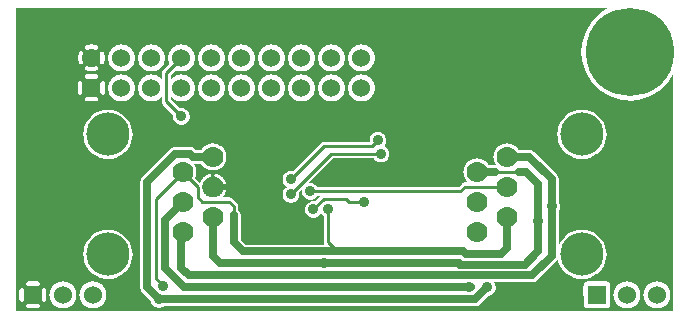
<source format=gbr>
G04 start of page 3 for group 1 idx 1 *
G04 Title: (unknown), solder *
G04 Creator: pcb 20140316 *
G04 CreationDate: Thu 29 Nov 2018 10:04:31 PM GMT UTC *
G04 For: railfan *
G04 Format: Gerber/RS-274X *
G04 PCB-Dimensions (mil): 2220.00 1040.00 *
G04 PCB-Coordinate-Origin: lower left *
%MOIN*%
%FSLAX25Y25*%
%LNBOTTOM*%
%ADD41C,0.0300*%
%ADD40C,0.1280*%
%ADD39C,0.0380*%
%ADD38C,0.1285*%
%ADD37C,0.0360*%
%ADD36C,0.0700*%
%ADD35C,0.0600*%
%ADD34C,0.1440*%
%ADD33C,0.2937*%
%ADD32C,0.0200*%
%ADD31C,0.0100*%
%ADD30C,0.0250*%
%ADD29C,0.0001*%
G54D29*G36*
X214993Y74530D02*X215542Y74866D01*
X217479Y76521D01*
X219134Y78458D01*
X220465Y80630D01*
X220500Y80716D01*
Y1500D01*
X214993D01*
Y2487D01*
X215000Y2486D01*
X215706Y2542D01*
X216395Y2707D01*
X217049Y2978D01*
X217653Y3348D01*
X218192Y3808D01*
X218652Y4347D01*
X219022Y4951D01*
X219293Y5605D01*
X219458Y6294D01*
X219500Y7000D01*
X219458Y7706D01*
X219293Y8395D01*
X219022Y9049D01*
X218652Y9653D01*
X218192Y10192D01*
X217653Y10652D01*
X217049Y11022D01*
X216395Y11293D01*
X215706Y11458D01*
X215000Y11514D01*
X214993Y11513D01*
Y74530D01*
G37*
G36*
X204993Y71845D02*X206000Y71766D01*
X208540Y71966D01*
X211017Y72561D01*
X213370Y73535D01*
X214993Y74530D01*
Y11513D01*
X214294Y11458D01*
X213605Y11293D01*
X212951Y11022D01*
X212347Y10652D01*
X211808Y10192D01*
X211348Y9653D01*
X210978Y9049D01*
X210707Y8395D01*
X210542Y7706D01*
X210486Y7000D01*
X210542Y6294D01*
X210707Y5605D01*
X210978Y4951D01*
X211348Y4347D01*
X211808Y3808D01*
X212347Y3348D01*
X212951Y2978D01*
X213605Y2707D01*
X214294Y2542D01*
X214993Y2487D01*
Y1500D01*
X204993D01*
Y2487D01*
X205000Y2486D01*
X205706Y2542D01*
X206395Y2707D01*
X207049Y2978D01*
X207653Y3348D01*
X208192Y3808D01*
X208652Y4347D01*
X209022Y4951D01*
X209293Y5605D01*
X209458Y6294D01*
X209500Y7000D01*
X209458Y7706D01*
X209293Y8395D01*
X209022Y9049D01*
X208652Y9653D01*
X208192Y10192D01*
X207653Y10652D01*
X207049Y11022D01*
X206395Y11293D01*
X205706Y11458D01*
X205000Y11514D01*
X204993Y11513D01*
Y71845D01*
G37*
G36*
X195000Y76112D02*X196458Y74866D01*
X198630Y73535D01*
X200983Y72561D01*
X203460Y71966D01*
X204993Y71845D01*
Y11513D01*
X204294Y11458D01*
X203605Y11293D01*
X202951Y11022D01*
X202347Y10652D01*
X201808Y10192D01*
X201348Y9653D01*
X200978Y9049D01*
X200707Y8395D01*
X200542Y7706D01*
X200486Y7000D01*
X200542Y6294D01*
X200707Y5605D01*
X200978Y4951D01*
X201348Y4347D01*
X201808Y3808D01*
X202347Y3348D01*
X202951Y2978D01*
X203605Y2707D01*
X204294Y2542D01*
X204993Y2487D01*
Y1500D01*
X195000D01*
Y2507D01*
X198235Y2514D01*
X198465Y2569D01*
X198683Y2659D01*
X198884Y2783D01*
X199064Y2936D01*
X199217Y3116D01*
X199341Y3317D01*
X199431Y3535D01*
X199486Y3765D01*
X199500Y4000D01*
X199486Y10235D01*
X199431Y10465D01*
X199341Y10683D01*
X199217Y10884D01*
X199064Y11064D01*
X198884Y11217D01*
X198683Y11341D01*
X198465Y11431D01*
X198235Y11486D01*
X198000Y11500D01*
X195000Y11493D01*
Y13987D01*
X195816Y14684D01*
X196654Y15665D01*
X197329Y16766D01*
X197823Y17958D01*
X198124Y19213D01*
X198200Y20500D01*
X198124Y21787D01*
X197823Y23042D01*
X197329Y24234D01*
X196654Y25335D01*
X195816Y26316D01*
X195000Y27013D01*
Y53987D01*
X195816Y54684D01*
X196654Y55665D01*
X197329Y56766D01*
X197823Y57958D01*
X198124Y59213D01*
X198200Y60500D01*
X198124Y61787D01*
X197823Y63042D01*
X197329Y64234D01*
X196654Y65335D01*
X195816Y66316D01*
X195000Y67013D01*
Y76112D01*
G37*
G36*
Y102500D02*X198716D01*
X198630Y102465D01*
X196458Y101134D01*
X195000Y99888D01*
Y102500D01*
G37*
G36*
Y1500D02*X120472D01*
Y3250D01*
X154412D01*
X154500Y3243D01*
X154853Y3271D01*
X154853Y3271D01*
X155197Y3354D01*
X155525Y3489D01*
X155827Y3674D01*
X156096Y3904D01*
X156153Y3971D01*
X158905Y6723D01*
X158939Y6726D01*
X159368Y6829D01*
X159775Y6997D01*
X160151Y7228D01*
X160486Y7514D01*
X160772Y7849D01*
X161003Y8225D01*
X161171Y8632D01*
X161274Y9061D01*
X161300Y9500D01*
X161274Y9939D01*
X161171Y10368D01*
X161003Y10775D01*
X160772Y11151D01*
X160688Y11250D01*
X173412D01*
X173500Y11243D01*
X173853Y11271D01*
X173853Y11271D01*
X174197Y11354D01*
X174525Y11489D01*
X174827Y11674D01*
X175096Y11904D01*
X175153Y11971D01*
X181529Y18347D01*
X181596Y18404D01*
X181826Y18673D01*
X181826Y18673D01*
X181955Y18884D01*
X182177Y17958D01*
X182671Y16766D01*
X183346Y15665D01*
X184184Y14684D01*
X185165Y13846D01*
X186266Y13171D01*
X187458Y12677D01*
X188713Y12376D01*
X190000Y12275D01*
X191287Y12376D01*
X192542Y12677D01*
X193734Y13171D01*
X194835Y13846D01*
X195000Y13987D01*
Y11493D01*
X191765Y11486D01*
X191535Y11431D01*
X191317Y11341D01*
X191116Y11217D01*
X190936Y11064D01*
X190783Y10884D01*
X190659Y10683D01*
X190569Y10465D01*
X190514Y10235D01*
X190500Y10000D01*
X190514Y3765D01*
X190569Y3535D01*
X190659Y3317D01*
X190783Y3116D01*
X190936Y2936D01*
X191116Y2783D01*
X191317Y2659D01*
X191535Y2569D01*
X191765Y2514D01*
X192000Y2500D01*
X195000Y2507D01*
Y1500D01*
G37*
G36*
X120472Y102500D02*X195000D01*
Y99888D01*
X194521Y99479D01*
X192866Y97542D01*
X191535Y95370D01*
X190561Y93017D01*
X189966Y90540D01*
X189766Y88000D01*
X189966Y85460D01*
X190561Y82983D01*
X191535Y80630D01*
X192866Y78458D01*
X194521Y76521D01*
X195000Y76112D01*
Y67013D01*
X194835Y67154D01*
X193734Y67829D01*
X192542Y68323D01*
X191287Y68624D01*
X190000Y68725D01*
X188713Y68624D01*
X187458Y68323D01*
X186266Y67829D01*
X185165Y67154D01*
X184184Y66316D01*
X183346Y65335D01*
X182671Y64234D01*
X182177Y63042D01*
X181876Y61787D01*
X181775Y60500D01*
X181876Y59213D01*
X182177Y57958D01*
X182671Y56766D01*
X183346Y55665D01*
X184184Y54684D01*
X185165Y53846D01*
X186266Y53171D01*
X187458Y52677D01*
X188713Y52376D01*
X190000Y52275D01*
X191287Y52376D01*
X192542Y52677D01*
X193734Y53171D01*
X194835Y53846D01*
X195000Y53987D01*
Y27013D01*
X194835Y27154D01*
X193734Y27829D01*
X192542Y28323D01*
X191287Y28624D01*
X190000Y28725D01*
X188713Y28624D01*
X187458Y28323D01*
X186266Y27829D01*
X185165Y27154D01*
X184184Y26316D01*
X183346Y25335D01*
X182671Y24234D01*
X182250Y23217D01*
Y34823D01*
X182272Y34849D01*
X182503Y35225D01*
X182671Y35632D01*
X182774Y36061D01*
X182800Y36500D01*
X182774Y36939D01*
X182671Y37368D01*
X182503Y37775D01*
X182272Y38151D01*
X182250Y38177D01*
Y45412D01*
X182257Y45500D01*
X182229Y45853D01*
X182146Y46197D01*
X182107Y46293D01*
X182011Y46525D01*
X181896Y46712D01*
X181826Y46827D01*
X181826Y46827D01*
X181596Y47096D01*
X181529Y47153D01*
X174153Y54529D01*
X174096Y54596D01*
X173827Y54826D01*
X173827Y54826D01*
X173712Y54896D01*
X173525Y55011D01*
X173293Y55107D01*
X173197Y55146D01*
X172853Y55229D01*
X172500Y55257D01*
X172412Y55250D01*
X168899D01*
X168652Y55653D01*
X168192Y56192D01*
X167653Y56652D01*
X167049Y57022D01*
X166395Y57293D01*
X165706Y57458D01*
X165000Y57514D01*
X164294Y57458D01*
X163605Y57293D01*
X162951Y57022D01*
X162347Y56652D01*
X161808Y56192D01*
X161348Y55653D01*
X160978Y55049D01*
X160707Y54395D01*
X160542Y53706D01*
X160486Y53000D01*
X160542Y52294D01*
X160707Y51605D01*
X160978Y50951D01*
X161348Y50347D01*
X161473Y50200D01*
X161353Y50229D01*
X161000Y50250D01*
X158899D01*
X158652Y50653D01*
X158192Y51192D01*
X157653Y51652D01*
X157049Y52022D01*
X156395Y52293D01*
X155706Y52458D01*
X155000Y52514D01*
X154294Y52458D01*
X153605Y52293D01*
X152951Y52022D01*
X152347Y51652D01*
X151808Y51192D01*
X151348Y50653D01*
X150978Y50049D01*
X150707Y49395D01*
X150542Y48706D01*
X150486Y48000D01*
X150542Y47294D01*
X150707Y46605D01*
X150978Y45951D01*
X151348Y45347D01*
X151808Y44808D01*
X152169Y44500D01*
X151059D01*
X151000Y44505D01*
X150765Y44486D01*
X150535Y44431D01*
X150317Y44341D01*
X150116Y44217D01*
X150115Y44217D01*
X149936Y44064D01*
X149898Y44019D01*
X148879Y43000D01*
X120472D01*
Y52500D01*
X120635D01*
X120728Y52349D01*
X121014Y52014D01*
X121349Y51728D01*
X121725Y51497D01*
X122132Y51329D01*
X122561Y51226D01*
X123000Y51191D01*
X123439Y51226D01*
X123868Y51329D01*
X124275Y51497D01*
X124651Y51728D01*
X124986Y52014D01*
X125272Y52349D01*
X125503Y52725D01*
X125671Y53132D01*
X125774Y53561D01*
X125800Y54000D01*
X125774Y54439D01*
X125671Y54868D01*
X125503Y55275D01*
X125272Y55651D01*
X124986Y55986D01*
X124651Y56272D01*
X124275Y56503D01*
X124054Y56594D01*
X124272Y56849D01*
X124503Y57225D01*
X124671Y57632D01*
X124774Y58061D01*
X124800Y58500D01*
X124774Y58939D01*
X124671Y59368D01*
X124503Y59775D01*
X124272Y60151D01*
X123986Y60486D01*
X123651Y60772D01*
X123275Y61003D01*
X122868Y61171D01*
X122439Y61274D01*
X122000Y61309D01*
X121561Y61274D01*
X121132Y61171D01*
X120725Y61003D01*
X120472Y60847D01*
Y73869D01*
X120522Y73951D01*
X120793Y74605D01*
X120958Y75294D01*
X121000Y76000D01*
X120958Y76706D01*
X120793Y77395D01*
X120522Y78049D01*
X120472Y78131D01*
Y83869D01*
X120522Y83951D01*
X120793Y84605D01*
X120958Y85294D01*
X121000Y86000D01*
X120958Y86706D01*
X120793Y87395D01*
X120522Y88049D01*
X120472Y88131D01*
Y102500D01*
G37*
G36*
Y43000D02*X101865D01*
X101772Y43151D01*
X101486Y43486D01*
X101151Y43772D01*
X100775Y44003D01*
X100368Y44171D01*
X99939Y44274D01*
X99500Y44309D01*
X99061Y44274D01*
X98843Y44222D01*
X107121Y52500D01*
X120472D01*
Y43000D01*
G37*
G36*
X51493Y3250D02*X120472D01*
Y1500D01*
X51493D01*
Y3250D01*
G37*
G36*
X96493Y41872D02*X96778Y42157D01*
X96726Y41939D01*
X96691Y41500D01*
X96726Y41061D01*
X96829Y40632D01*
X96997Y40225D01*
X97228Y39849D01*
X97514Y39514D01*
X97849Y39228D01*
X98225Y38997D01*
X98632Y38829D01*
X99061Y38726D01*
X99500Y38691D01*
X99939Y38726D01*
X100368Y38829D01*
X100775Y38997D01*
X101151Y39228D01*
X101486Y39514D01*
X101772Y39849D01*
X101865Y40000D01*
X102879D01*
X101111Y38233D01*
X100939Y38274D01*
X100500Y38309D01*
X100061Y38274D01*
X99632Y38171D01*
X99225Y38003D01*
X98849Y37772D01*
X98514Y37486D01*
X98228Y37151D01*
X97997Y36775D01*
X97829Y36368D01*
X97726Y35939D01*
X97691Y35500D01*
X97726Y35061D01*
X97829Y34632D01*
X97997Y34225D01*
X98228Y33849D01*
X98514Y33514D01*
X98849Y33228D01*
X99225Y32997D01*
X99632Y32829D01*
X100061Y32726D01*
X100500Y32691D01*
X100939Y32726D01*
X101368Y32829D01*
X101775Y32997D01*
X102151Y33228D01*
X102486Y33514D01*
X102772Y33849D01*
X103000Y34221D01*
X103228Y33849D01*
X103514Y33514D01*
X103849Y33228D01*
X104000Y33135D01*
Y24559D01*
X103995Y24500D01*
X104014Y24265D01*
X104069Y24035D01*
X104159Y23817D01*
X104200Y23750D01*
X96493D01*
Y41872D01*
G37*
G36*
X106493Y102500D02*X120472D01*
Y88131D01*
X120152Y88653D01*
X119692Y89192D01*
X119153Y89652D01*
X118549Y90022D01*
X117895Y90293D01*
X117206Y90458D01*
X116500Y90514D01*
X115794Y90458D01*
X115105Y90293D01*
X114451Y90022D01*
X113847Y89652D01*
X113308Y89192D01*
X112848Y88653D01*
X112478Y88049D01*
X112207Y87395D01*
X112042Y86706D01*
X111986Y86000D01*
X112042Y85294D01*
X112207Y84605D01*
X112478Y83951D01*
X112848Y83347D01*
X113308Y82808D01*
X113847Y82348D01*
X114451Y81978D01*
X115105Y81707D01*
X115794Y81542D01*
X116500Y81486D01*
X117206Y81542D01*
X117895Y81707D01*
X118549Y81978D01*
X119153Y82348D01*
X119692Y82808D01*
X120152Y83347D01*
X120472Y83869D01*
Y78131D01*
X120152Y78653D01*
X119692Y79192D01*
X119153Y79652D01*
X118549Y80022D01*
X117895Y80293D01*
X117206Y80458D01*
X116500Y80514D01*
X115794Y80458D01*
X115105Y80293D01*
X114451Y80022D01*
X113847Y79652D01*
X113308Y79192D01*
X112848Y78653D01*
X112478Y78049D01*
X112207Y77395D01*
X112042Y76706D01*
X111986Y76000D01*
X112042Y75294D01*
X112207Y74605D01*
X112478Y73951D01*
X112848Y73347D01*
X113308Y72808D01*
X113847Y72348D01*
X114451Y71978D01*
X115105Y71707D01*
X115794Y71542D01*
X116500Y71486D01*
X117206Y71542D01*
X117895Y71707D01*
X118549Y71978D01*
X119153Y72348D01*
X119692Y72808D01*
X120152Y73347D01*
X120472Y73869D01*
Y60847D01*
X120349Y60772D01*
X120014Y60486D01*
X119728Y60151D01*
X119497Y59775D01*
X119329Y59368D01*
X119226Y58939D01*
X119191Y58500D01*
X119226Y58061D01*
X119240Y58000D01*
X106493D01*
Y71487D01*
X106500Y71486D01*
X107206Y71542D01*
X107895Y71707D01*
X108549Y71978D01*
X109153Y72348D01*
X109692Y72808D01*
X110152Y73347D01*
X110522Y73951D01*
X110793Y74605D01*
X110958Y75294D01*
X111000Y76000D01*
X110958Y76706D01*
X110793Y77395D01*
X110522Y78049D01*
X110152Y78653D01*
X109692Y79192D01*
X109153Y79652D01*
X108549Y80022D01*
X107895Y80293D01*
X107206Y80458D01*
X106500Y80514D01*
X106493Y80513D01*
Y81487D01*
X106500Y81486D01*
X107206Y81542D01*
X107895Y81707D01*
X108549Y81978D01*
X109153Y82348D01*
X109692Y82808D01*
X110152Y83347D01*
X110522Y83951D01*
X110793Y84605D01*
X110958Y85294D01*
X111000Y86000D01*
X110958Y86706D01*
X110793Y87395D01*
X110522Y88049D01*
X110152Y88653D01*
X109692Y89192D01*
X109153Y89652D01*
X108549Y90022D01*
X107895Y90293D01*
X107206Y90458D01*
X106500Y90514D01*
X106493Y90513D01*
Y102500D01*
G37*
G36*
X96493D02*X106493D01*
Y90513D01*
X105794Y90458D01*
X105105Y90293D01*
X104451Y90022D01*
X103847Y89652D01*
X103308Y89192D01*
X102848Y88653D01*
X102478Y88049D01*
X102207Y87395D01*
X102042Y86706D01*
X101986Y86000D01*
X102042Y85294D01*
X102207Y84605D01*
X102478Y83951D01*
X102848Y83347D01*
X103308Y82808D01*
X103847Y82348D01*
X104451Y81978D01*
X105105Y81707D01*
X105794Y81542D01*
X106493Y81487D01*
Y80513D01*
X105794Y80458D01*
X105105Y80293D01*
X104451Y80022D01*
X103847Y79652D01*
X103308Y79192D01*
X102848Y78653D01*
X102478Y78049D01*
X102207Y77395D01*
X102042Y76706D01*
X101986Y76000D01*
X102042Y75294D01*
X102207Y74605D01*
X102478Y73951D01*
X102848Y73347D01*
X103308Y72808D01*
X103847Y72348D01*
X104451Y71978D01*
X105105Y71707D01*
X105794Y71542D01*
X106493Y71487D01*
Y58000D01*
X104059D01*
X104000Y58005D01*
X103765Y57986D01*
X103535Y57931D01*
X103317Y57841D01*
X103116Y57717D01*
X103115Y57717D01*
X102936Y57564D01*
X102898Y57519D01*
X96493Y51114D01*
Y71487D01*
X96500Y71486D01*
X97206Y71542D01*
X97895Y71707D01*
X98549Y71978D01*
X99153Y72348D01*
X99692Y72808D01*
X100152Y73347D01*
X100522Y73951D01*
X100793Y74605D01*
X100958Y75294D01*
X101000Y76000D01*
X100958Y76706D01*
X100793Y77395D01*
X100522Y78049D01*
X100152Y78653D01*
X99692Y79192D01*
X99153Y79652D01*
X98549Y80022D01*
X97895Y80293D01*
X97206Y80458D01*
X96500Y80514D01*
X96493Y80513D01*
Y81487D01*
X96500Y81486D01*
X97206Y81542D01*
X97895Y81707D01*
X98549Y81978D01*
X99153Y82348D01*
X99692Y82808D01*
X100152Y83347D01*
X100522Y83951D01*
X100793Y84605D01*
X100958Y85294D01*
X101000Y86000D01*
X100958Y86706D01*
X100793Y87395D01*
X100522Y88049D01*
X100152Y88653D01*
X99692Y89192D01*
X99153Y89652D01*
X98549Y90022D01*
X97895Y90293D01*
X97206Y90458D01*
X96500Y90514D01*
X96493Y90513D01*
Y102500D01*
G37*
G36*
X86493D02*X96493D01*
Y90513D01*
X95794Y90458D01*
X95105Y90293D01*
X94451Y90022D01*
X93847Y89652D01*
X93308Y89192D01*
X92848Y88653D01*
X92478Y88049D01*
X92207Y87395D01*
X92042Y86706D01*
X91986Y86000D01*
X92042Y85294D01*
X92207Y84605D01*
X92478Y83951D01*
X92848Y83347D01*
X93308Y82808D01*
X93847Y82348D01*
X94451Y81978D01*
X95105Y81707D01*
X95794Y81542D01*
X96493Y81487D01*
Y80513D01*
X95794Y80458D01*
X95105Y80293D01*
X94451Y80022D01*
X93847Y79652D01*
X93308Y79192D01*
X92848Y78653D01*
X92478Y78049D01*
X92207Y77395D01*
X92042Y76706D01*
X91986Y76000D01*
X92042Y75294D01*
X92207Y74605D01*
X92478Y73951D01*
X92848Y73347D01*
X93308Y72808D01*
X93847Y72348D01*
X94451Y71978D01*
X95105Y71707D01*
X95794Y71542D01*
X96493Y71487D01*
Y51114D01*
X93611Y48233D01*
X93439Y48274D01*
X93000Y48309D01*
X92561Y48274D01*
X92132Y48171D01*
X91725Y48003D01*
X91349Y47772D01*
X91014Y47486D01*
X90728Y47151D01*
X90497Y46775D01*
X90329Y46368D01*
X90226Y45939D01*
X90191Y45500D01*
X90226Y45061D01*
X90329Y44632D01*
X90497Y44225D01*
X90728Y43849D01*
X91014Y43514D01*
X91349Y43228D01*
X91721Y43000D01*
X91349Y42772D01*
X91014Y42486D01*
X90728Y42151D01*
X90497Y41775D01*
X90329Y41368D01*
X90226Y40939D01*
X90191Y40500D01*
X90226Y40061D01*
X90329Y39632D01*
X90497Y39225D01*
X90728Y38849D01*
X91014Y38514D01*
X91349Y38228D01*
X91725Y37997D01*
X92132Y37829D01*
X92561Y37726D01*
X93000Y37691D01*
X93439Y37726D01*
X93868Y37829D01*
X94275Y37997D01*
X94651Y38228D01*
X94986Y38514D01*
X95272Y38849D01*
X95503Y39225D01*
X95671Y39632D01*
X95774Y40061D01*
X95800Y40500D01*
X95774Y40939D01*
X95733Y41111D01*
X96493Y41872D01*
Y23750D01*
X86493D01*
Y71487D01*
X86500Y71486D01*
X87206Y71542D01*
X87895Y71707D01*
X88549Y71978D01*
X89153Y72348D01*
X89692Y72808D01*
X90152Y73347D01*
X90522Y73951D01*
X90793Y74605D01*
X90958Y75294D01*
X91000Y76000D01*
X90958Y76706D01*
X90793Y77395D01*
X90522Y78049D01*
X90152Y78653D01*
X89692Y79192D01*
X89153Y79652D01*
X88549Y80022D01*
X87895Y80293D01*
X87206Y80458D01*
X86500Y80514D01*
X86493Y80513D01*
Y81487D01*
X86500Y81486D01*
X87206Y81542D01*
X87895Y81707D01*
X88549Y81978D01*
X89153Y82348D01*
X89692Y82808D01*
X90152Y83347D01*
X90522Y83951D01*
X90793Y84605D01*
X90958Y85294D01*
X91000Y86000D01*
X90958Y86706D01*
X90793Y87395D01*
X90522Y88049D01*
X90152Y88653D01*
X89692Y89192D01*
X89153Y89652D01*
X88549Y90022D01*
X87895Y90293D01*
X87206Y90458D01*
X86500Y90514D01*
X86493Y90513D01*
Y102500D01*
G37*
G36*
X76493D02*X86493D01*
Y90513D01*
X85794Y90458D01*
X85105Y90293D01*
X84451Y90022D01*
X83847Y89652D01*
X83308Y89192D01*
X82848Y88653D01*
X82478Y88049D01*
X82207Y87395D01*
X82042Y86706D01*
X81986Y86000D01*
X82042Y85294D01*
X82207Y84605D01*
X82478Y83951D01*
X82848Y83347D01*
X83308Y82808D01*
X83847Y82348D01*
X84451Y81978D01*
X85105Y81707D01*
X85794Y81542D01*
X86493Y81487D01*
Y80513D01*
X85794Y80458D01*
X85105Y80293D01*
X84451Y80022D01*
X83847Y79652D01*
X83308Y79192D01*
X82848Y78653D01*
X82478Y78049D01*
X82207Y77395D01*
X82042Y76706D01*
X81986Y76000D01*
X82042Y75294D01*
X82207Y74605D01*
X82478Y73951D01*
X82848Y73347D01*
X83308Y72808D01*
X83847Y72348D01*
X84451Y71978D01*
X85105Y71707D01*
X85794Y71542D01*
X86493Y71487D01*
Y23750D01*
X77932D01*
X76493Y25189D01*
Y71487D01*
X76500Y71486D01*
X77206Y71542D01*
X77895Y71707D01*
X78549Y71978D01*
X79153Y72348D01*
X79692Y72808D01*
X80152Y73347D01*
X80522Y73951D01*
X80793Y74605D01*
X80958Y75294D01*
X81000Y76000D01*
X80958Y76706D01*
X80793Y77395D01*
X80522Y78049D01*
X80152Y78653D01*
X79692Y79192D01*
X79153Y79652D01*
X78549Y80022D01*
X77895Y80293D01*
X77206Y80458D01*
X76500Y80514D01*
X76493Y80513D01*
Y81487D01*
X76500Y81486D01*
X77206Y81542D01*
X77895Y81707D01*
X78549Y81978D01*
X79153Y82348D01*
X79692Y82808D01*
X80152Y83347D01*
X80522Y83951D01*
X80793Y84605D01*
X80958Y85294D01*
X81000Y86000D01*
X80958Y86706D01*
X80793Y87395D01*
X80522Y88049D01*
X80152Y88653D01*
X79692Y89192D01*
X79153Y89652D01*
X78549Y90022D01*
X77895Y90293D01*
X77206Y90458D01*
X76500Y90514D01*
X76493Y90513D01*
Y102500D01*
G37*
G36*
X69431D02*X76493D01*
Y90513D01*
X75794Y90458D01*
X75105Y90293D01*
X74451Y90022D01*
X73847Y89652D01*
X73308Y89192D01*
X72848Y88653D01*
X72478Y88049D01*
X72207Y87395D01*
X72042Y86706D01*
X71986Y86000D01*
X72042Y85294D01*
X72207Y84605D01*
X72478Y83951D01*
X72848Y83347D01*
X73308Y82808D01*
X73847Y82348D01*
X74451Y81978D01*
X75105Y81707D01*
X75794Y81542D01*
X76493Y81487D01*
Y80513D01*
X75794Y80458D01*
X75105Y80293D01*
X74451Y80022D01*
X73847Y79652D01*
X73308Y79192D01*
X72848Y78653D01*
X72478Y78049D01*
X72207Y77395D01*
X72042Y76706D01*
X71986Y76000D01*
X72042Y75294D01*
X72207Y74605D01*
X72478Y73951D01*
X72848Y73347D01*
X73308Y72808D01*
X73847Y72348D01*
X74451Y71978D01*
X75105Y71707D01*
X75794Y71542D01*
X76493Y71487D01*
Y25189D01*
X76250Y25432D01*
Y33500D01*
X76229Y33853D01*
X76146Y34197D01*
X76011Y34525D01*
X75826Y34827D01*
X75596Y35096D01*
X75500Y35178D01*
Y36441D01*
X75505Y36500D01*
X75486Y36735D01*
X75486Y36735D01*
X75431Y36965D01*
X75341Y37183D01*
X75217Y37384D01*
X75064Y37564D01*
X75019Y37602D01*
X73602Y39019D01*
X73564Y39064D01*
X73384Y39217D01*
X73183Y39341D01*
X72965Y39431D01*
X72735Y39486D01*
X72500Y39505D01*
X72441Y39500D01*
X69831D01*
X69889Y39544D01*
X70185Y39815D01*
X70456Y40111D01*
X70700Y40431D01*
X70914Y40771D01*
X71097Y41128D01*
X71248Y41501D01*
X71364Y41886D01*
X71379Y41964D01*
X71380Y42043D01*
X71368Y42121D01*
X71345Y42197D01*
X71310Y42268D01*
X71264Y42333D01*
X71209Y42390D01*
X71146Y42437D01*
X71076Y42474D01*
X71001Y42500D01*
X70923Y42513D01*
X70843Y42514D01*
X70765Y42503D01*
X70689Y42480D01*
X70618Y42445D01*
X70553Y42399D01*
X70496Y42344D01*
X70449Y42280D01*
X70412Y42210D01*
X70388Y42135D01*
X70301Y41835D01*
X70184Y41546D01*
X70041Y41268D01*
X69875Y41004D01*
X69686Y40756D01*
X69475Y40525D01*
X69431Y40485D01*
Y45515D01*
X69475Y45475D01*
X69686Y45244D01*
X69875Y44996D01*
X70041Y44732D01*
X70184Y44454D01*
X70301Y44165D01*
X70391Y43866D01*
X70415Y43791D01*
X70452Y43721D01*
X70499Y43658D01*
X70555Y43604D01*
X70620Y43558D01*
X70690Y43524D01*
X70766Y43500D01*
X70843Y43489D01*
X70922Y43490D01*
X71000Y43504D01*
X71074Y43529D01*
X71144Y43566D01*
X71207Y43613D01*
X71262Y43669D01*
X71307Y43734D01*
X71342Y43804D01*
X71365Y43880D01*
X71376Y43957D01*
X71375Y44036D01*
X71360Y44113D01*
X71248Y44499D01*
X71097Y44872D01*
X70914Y45229D01*
X70700Y45569D01*
X70456Y45889D01*
X70185Y46185D01*
X69889Y46456D01*
X69569Y46700D01*
X69431Y46787D01*
Y49212D01*
X69653Y49348D01*
X70192Y49808D01*
X70652Y50347D01*
X71022Y50951D01*
X71293Y51605D01*
X71458Y52294D01*
X71500Y53000D01*
X71458Y53706D01*
X71293Y54395D01*
X71022Y55049D01*
X70652Y55653D01*
X70192Y56192D01*
X69653Y56652D01*
X69431Y56788D01*
Y72585D01*
X69692Y72808D01*
X70152Y73347D01*
X70522Y73951D01*
X70793Y74605D01*
X70958Y75294D01*
X71000Y76000D01*
X70958Y76706D01*
X70793Y77395D01*
X70522Y78049D01*
X70152Y78653D01*
X69692Y79192D01*
X69431Y79415D01*
Y82585D01*
X69692Y82808D01*
X70152Y83347D01*
X70522Y83951D01*
X70793Y84605D01*
X70958Y85294D01*
X71000Y86000D01*
X70958Y86706D01*
X70793Y87395D01*
X70522Y88049D01*
X70152Y88653D01*
X69692Y89192D01*
X69431Y89415D01*
Y102500D01*
G37*
G36*
Y79415D02*X69153Y79652D01*
X68549Y80022D01*
X67895Y80293D01*
X67206Y80458D01*
X66500Y80514D01*
X66493Y80513D01*
Y81487D01*
X66500Y81486D01*
X67206Y81542D01*
X67895Y81707D01*
X68549Y81978D01*
X69153Y82348D01*
X69431Y82585D01*
Y79415D01*
G37*
G36*
Y56788D02*X69049Y57022D01*
X68395Y57293D01*
X67706Y57458D01*
X67000Y57514D01*
X66493Y57474D01*
Y71487D01*
X66500Y71486D01*
X67206Y71542D01*
X67895Y71707D01*
X68549Y71978D01*
X69153Y72348D01*
X69431Y72585D01*
Y56788D01*
G37*
G36*
Y40485D02*X69244Y40314D01*
X68996Y40125D01*
X68732Y39959D01*
X68454Y39816D01*
X68165Y39699D01*
X67866Y39609D01*
X67791Y39585D01*
X67721Y39548D01*
X67658Y39501D01*
X67657Y39500D01*
X66493D01*
Y46744D01*
X66500Y46766D01*
X66511Y46844D01*
X66510Y46922D01*
X66496Y47000D01*
X66493Y47009D01*
Y48526D01*
X67000Y48486D01*
X67706Y48542D01*
X68395Y48707D01*
X69049Y48978D01*
X69431Y49212D01*
Y46787D01*
X69229Y46914D01*
X68872Y47097D01*
X68499Y47248D01*
X68114Y47364D01*
X68036Y47379D01*
X67957Y47380D01*
X67879Y47368D01*
X67803Y47345D01*
X67732Y47310D01*
X67667Y47264D01*
X67610Y47209D01*
X67563Y47146D01*
X67526Y47076D01*
X67500Y47001D01*
X67487Y46923D01*
X67486Y46843D01*
X67497Y46765D01*
X67520Y46689D01*
X67555Y46618D01*
X67601Y46553D01*
X67656Y46496D01*
X67720Y46449D01*
X67790Y46412D01*
X67865Y46388D01*
X68165Y46301D01*
X68454Y46184D01*
X68732Y46041D01*
X68996Y45875D01*
X69244Y45686D01*
X69431Y45515D01*
Y40485D01*
G37*
G36*
X66493Y102500D02*X69431D01*
Y89415D01*
X69153Y89652D01*
X68549Y90022D01*
X67895Y90293D01*
X67206Y90458D01*
X66500Y90514D01*
X66493Y90513D01*
Y102500D01*
G37*
G36*
Y47009D02*X66471Y47074D01*
X66434Y47144D01*
X66387Y47207D01*
X66331Y47262D01*
X66266Y47307D01*
X66196Y47342D01*
X66120Y47365D01*
X66043Y47376D01*
X65964Y47375D01*
X65887Y47360D01*
X65501Y47248D01*
X65128Y47097D01*
X64771Y46914D01*
X64431Y46700D01*
X64111Y46456D01*
X63815Y46185D01*
X63544Y45889D01*
X63300Y45569D01*
X63086Y45229D01*
X62903Y44872D01*
X62752Y44499D01*
X62722Y44399D01*
X61065Y46056D01*
X61293Y46605D01*
X61458Y47294D01*
X61500Y48000D01*
X61458Y48706D01*
X61293Y49395D01*
X61022Y50049D01*
X60652Y50653D01*
X60570Y50749D01*
X60588Y50750D01*
X63101D01*
X63348Y50347D01*
X63808Y49808D01*
X64347Y49348D01*
X64951Y48978D01*
X65605Y48707D01*
X66294Y48542D01*
X66493Y48526D01*
Y47009D01*
G37*
G36*
Y39500D02*X66347D01*
X66344Y39504D01*
X66280Y39551D01*
X66210Y39588D01*
X66135Y39612D01*
X65835Y39699D01*
X65546Y39816D01*
X65268Y39959D01*
X65004Y40125D01*
X64756Y40314D01*
X64525Y40525D01*
X64314Y40756D01*
X64125Y41004D01*
X63959Y41268D01*
X63816Y41546D01*
X63699Y41835D01*
X63609Y42134D01*
X63585Y42209D01*
X63548Y42279D01*
X63501Y42342D01*
X63500Y42343D01*
Y42941D01*
X63505Y43000D01*
X63486Y43235D01*
X63486Y43235D01*
X63431Y43465D01*
X63391Y43562D01*
X63447Y43601D01*
X63504Y43656D01*
X63551Y43720D01*
X63588Y43790D01*
X63612Y43865D01*
X63699Y44165D01*
X63816Y44454D01*
X63959Y44732D01*
X64125Y44996D01*
X64314Y45244D01*
X64525Y45475D01*
X64756Y45686D01*
X65004Y45875D01*
X65268Y46041D01*
X65546Y46184D01*
X65835Y46301D01*
X66134Y46391D01*
X66209Y46415D01*
X66279Y46452D01*
X66342Y46499D01*
X66396Y46555D01*
X66442Y46620D01*
X66476Y46690D01*
X66493Y46744D01*
Y39500D01*
G37*
G36*
X51493Y102500D02*X66493D01*
Y90513D01*
X65794Y90458D01*
X65105Y90293D01*
X64451Y90022D01*
X63847Y89652D01*
X63308Y89192D01*
X62848Y88653D01*
X62478Y88049D01*
X62207Y87395D01*
X62042Y86706D01*
X61986Y86000D01*
X62042Y85294D01*
X62207Y84605D01*
X62478Y83951D01*
X62848Y83347D01*
X63308Y82808D01*
X63847Y82348D01*
X64451Y81978D01*
X65105Y81707D01*
X65794Y81542D01*
X66493Y81487D01*
Y80513D01*
X65794Y80458D01*
X65105Y80293D01*
X64451Y80022D01*
X63847Y79652D01*
X63308Y79192D01*
X62848Y78653D01*
X62478Y78049D01*
X62207Y77395D01*
X62042Y76706D01*
X61986Y76000D01*
X62042Y75294D01*
X62207Y74605D01*
X62478Y73951D01*
X62848Y73347D01*
X63308Y72808D01*
X63847Y72348D01*
X64451Y71978D01*
X65105Y71707D01*
X65794Y71542D01*
X66493Y71487D01*
Y57474D01*
X66294Y57458D01*
X65605Y57293D01*
X64951Y57022D01*
X64347Y56652D01*
X63808Y56192D01*
X63348Y55653D01*
X63101Y55250D01*
X61432D01*
X61153Y55529D01*
X61096Y55596D01*
X60827Y55826D01*
X60525Y56011D01*
X60197Y56146D01*
X59853Y56229D01*
X59853Y56229D01*
X59500Y56257D01*
X59412Y56250D01*
X54588D01*
X54500Y56257D01*
X54147Y56229D01*
X53803Y56146D01*
X53475Y56011D01*
X53173Y55826D01*
X53173Y55826D01*
X52904Y55596D01*
X52847Y55529D01*
X51493Y54175D01*
Y69386D01*
X53767Y67111D01*
X53726Y66939D01*
X53691Y66500D01*
X53726Y66061D01*
X53829Y65632D01*
X53997Y65225D01*
X54228Y64849D01*
X54514Y64514D01*
X54849Y64228D01*
X55225Y63997D01*
X55632Y63829D01*
X56061Y63726D01*
X56500Y63691D01*
X56939Y63726D01*
X57368Y63829D01*
X57775Y63997D01*
X58151Y64228D01*
X58486Y64514D01*
X58772Y64849D01*
X59003Y65225D01*
X59171Y65632D01*
X59274Y66061D01*
X59300Y66500D01*
X59274Y66939D01*
X59171Y67368D01*
X59003Y67775D01*
X58772Y68151D01*
X58486Y68486D01*
X58151Y68772D01*
X57775Y69003D01*
X57368Y69171D01*
X56939Y69274D01*
X56500Y69309D01*
X56061Y69274D01*
X55889Y69233D01*
X53000Y72121D01*
Y73169D01*
X53308Y72808D01*
X53847Y72348D01*
X54451Y71978D01*
X55105Y71707D01*
X55794Y71542D01*
X56500Y71486D01*
X57206Y71542D01*
X57895Y71707D01*
X58549Y71978D01*
X59153Y72348D01*
X59692Y72808D01*
X60152Y73347D01*
X60522Y73951D01*
X60793Y74605D01*
X60958Y75294D01*
X61000Y76000D01*
X60958Y76706D01*
X60793Y77395D01*
X60522Y78049D01*
X60152Y78653D01*
X59692Y79192D01*
X59153Y79652D01*
X58549Y80022D01*
X57895Y80293D01*
X57206Y80458D01*
X56500Y80514D01*
X55794Y80458D01*
X55105Y80293D01*
X54451Y80022D01*
X53847Y79652D01*
X53308Y79192D01*
X53000Y78831D01*
Y80379D01*
X54556Y81935D01*
X55105Y81707D01*
X55794Y81542D01*
X56500Y81486D01*
X57206Y81542D01*
X57895Y81707D01*
X58549Y81978D01*
X59153Y82348D01*
X59692Y82808D01*
X60152Y83347D01*
X60522Y83951D01*
X60793Y84605D01*
X60958Y85294D01*
X61000Y86000D01*
X60958Y86706D01*
X60793Y87395D01*
X60522Y88049D01*
X60152Y88653D01*
X59692Y89192D01*
X59153Y89652D01*
X58549Y90022D01*
X57895Y90293D01*
X57206Y90458D01*
X56500Y90514D01*
X55794Y90458D01*
X55105Y90293D01*
X54451Y90022D01*
X53847Y89652D01*
X53308Y89192D01*
X52848Y88653D01*
X52478Y88049D01*
X52207Y87395D01*
X52042Y86706D01*
X51986Y86000D01*
X52042Y85294D01*
X52207Y84605D01*
X52435Y84056D01*
X51493Y83114D01*
Y102500D01*
G37*
G36*
X46493Y4236D02*X46497Y4225D01*
X46728Y3849D01*
X47014Y3514D01*
X47349Y3228D01*
X47725Y2997D01*
X48132Y2829D01*
X48561Y2726D01*
X49000Y2691D01*
X49439Y2726D01*
X49868Y2829D01*
X50275Y2997D01*
X50651Y3228D01*
X50677Y3250D01*
X51493D01*
Y1500D01*
X46493D01*
Y4236D01*
G37*
G36*
Y71487D02*X46500Y71486D01*
X47206Y71542D01*
X47895Y71707D01*
X48549Y71978D01*
X49153Y72348D01*
X49692Y72808D01*
X50000Y73169D01*
Y71559D01*
X49995Y71500D01*
X50014Y71265D01*
X50069Y71035D01*
X50159Y70817D01*
X50283Y70616D01*
X50436Y70436D01*
X50481Y70398D01*
X51493Y69386D01*
Y54175D01*
X46493Y49175D01*
Y71487D01*
G37*
G36*
Y102500D02*X51493D01*
Y83114D01*
X50481Y82102D01*
X50436Y82064D01*
X50283Y81884D01*
X50159Y81683D01*
X50069Y81465D01*
X50014Y81235D01*
X50014Y81235D01*
X49995Y81000D01*
X50000Y80941D01*
Y78831D01*
X49692Y79192D01*
X49153Y79652D01*
X48549Y80022D01*
X47895Y80293D01*
X47206Y80458D01*
X46500Y80514D01*
X46493Y80513D01*
Y81487D01*
X46500Y81486D01*
X47206Y81542D01*
X47895Y81707D01*
X48549Y81978D01*
X49153Y82348D01*
X49692Y82808D01*
X50152Y83347D01*
X50522Y83951D01*
X50793Y84605D01*
X50958Y85294D01*
X51000Y86000D01*
X50958Y86706D01*
X50793Y87395D01*
X50522Y88049D01*
X50152Y88653D01*
X49692Y89192D01*
X49153Y89652D01*
X48549Y90022D01*
X47895Y90293D01*
X47206Y90458D01*
X46500Y90514D01*
X46493Y90513D01*
Y102500D01*
G37*
G36*
X36493D02*X46493D01*
Y90513D01*
X45794Y90458D01*
X45105Y90293D01*
X44451Y90022D01*
X43847Y89652D01*
X43308Y89192D01*
X42848Y88653D01*
X42478Y88049D01*
X42207Y87395D01*
X42042Y86706D01*
X41986Y86000D01*
X42042Y85294D01*
X42207Y84605D01*
X42478Y83951D01*
X42848Y83347D01*
X43308Y82808D01*
X43847Y82348D01*
X44451Y81978D01*
X45105Y81707D01*
X45794Y81542D01*
X46493Y81487D01*
Y80513D01*
X45794Y80458D01*
X45105Y80293D01*
X44451Y80022D01*
X43847Y79652D01*
X43308Y79192D01*
X42848Y78653D01*
X42478Y78049D01*
X42207Y77395D01*
X42042Y76706D01*
X41986Y76000D01*
X42042Y75294D01*
X42207Y74605D01*
X42478Y73951D01*
X42848Y73347D01*
X43308Y72808D01*
X43847Y72348D01*
X44451Y71978D01*
X45105Y71707D01*
X45794Y71542D01*
X46493Y71487D01*
Y49175D01*
X43471Y46153D01*
X43404Y46096D01*
X43174Y45827D01*
X42989Y45525D01*
X42854Y45197D01*
X42771Y44853D01*
X42771Y44853D01*
X42743Y44500D01*
X42750Y44412D01*
Y9588D01*
X42743Y9500D01*
X42771Y9147D01*
Y9147D01*
X42854Y8803D01*
X42989Y8475D01*
X43059Y8361D01*
X43174Y8173D01*
X43174Y8173D01*
X43404Y7904D01*
X43471Y7847D01*
X46223Y5095D01*
X46226Y5061D01*
X46329Y4632D01*
X46493Y4236D01*
Y1500D01*
X36493D01*
Y13636D01*
X36835Y13846D01*
X37816Y14684D01*
X38654Y15665D01*
X39329Y16766D01*
X39823Y17958D01*
X40124Y19213D01*
X40200Y20500D01*
X40124Y21787D01*
X39823Y23042D01*
X39329Y24234D01*
X38654Y25335D01*
X37816Y26316D01*
X36835Y27154D01*
X36493Y27364D01*
Y53636D01*
X36835Y53846D01*
X37816Y54684D01*
X38654Y55665D01*
X39329Y56766D01*
X39823Y57958D01*
X40124Y59213D01*
X40200Y60500D01*
X40124Y61787D01*
X39823Y63042D01*
X39329Y64234D01*
X38654Y65335D01*
X37816Y66316D01*
X36835Y67154D01*
X36493Y67364D01*
Y71487D01*
X36500Y71486D01*
X37206Y71542D01*
X37895Y71707D01*
X38549Y71978D01*
X39153Y72348D01*
X39692Y72808D01*
X40152Y73347D01*
X40522Y73951D01*
X40793Y74605D01*
X40958Y75294D01*
X41000Y76000D01*
X40958Y76706D01*
X40793Y77395D01*
X40522Y78049D01*
X40152Y78653D01*
X39692Y79192D01*
X39153Y79652D01*
X38549Y80022D01*
X37895Y80293D01*
X37206Y80458D01*
X36500Y80514D01*
X36493Y80513D01*
Y81487D01*
X36500Y81486D01*
X37206Y81542D01*
X37895Y81707D01*
X38549Y81978D01*
X39153Y82348D01*
X39692Y82808D01*
X40152Y83347D01*
X40522Y83951D01*
X40793Y84605D01*
X40958Y85294D01*
X41000Y86000D01*
X40958Y86706D01*
X40793Y87395D01*
X40522Y88049D01*
X40152Y88653D01*
X39692Y89192D01*
X39153Y89652D01*
X38549Y90022D01*
X37895Y90293D01*
X37206Y90458D01*
X36500Y90514D01*
X36493Y90513D01*
Y102500D01*
G37*
G36*
Y27364D02*X35734Y27829D01*
X34542Y28323D01*
X33287Y28624D01*
X32000Y28725D01*
X30713Y28624D01*
X30250Y28513D01*
Y52487D01*
X30713Y52376D01*
X32000Y52275D01*
X33287Y52376D01*
X34542Y52677D01*
X35734Y53171D01*
X36493Y53636D01*
Y27364D01*
G37*
G36*
Y1500D02*X30250D01*
Y3876D01*
X30652Y4347D01*
X31022Y4951D01*
X31293Y5605D01*
X31458Y6294D01*
X31500Y7000D01*
X31458Y7706D01*
X31293Y8395D01*
X31022Y9049D01*
X30652Y9653D01*
X30250Y10124D01*
Y12487D01*
X30713Y12376D01*
X32000Y12275D01*
X33287Y12376D01*
X34542Y12677D01*
X35734Y13171D01*
X36493Y13636D01*
Y1500D01*
G37*
G36*
X30250Y102500D02*X36493D01*
Y90513D01*
X35794Y90458D01*
X35105Y90293D01*
X34451Y90022D01*
X33847Y89652D01*
X33308Y89192D01*
X32848Y88653D01*
X32478Y88049D01*
X32207Y87395D01*
X32042Y86706D01*
X31986Y86000D01*
X32042Y85294D01*
X32207Y84605D01*
X32478Y83951D01*
X32848Y83347D01*
X33308Y82808D01*
X33847Y82348D01*
X34451Y81978D01*
X35105Y81707D01*
X35794Y81542D01*
X36493Y81487D01*
Y80513D01*
X35794Y80458D01*
X35105Y80293D01*
X34451Y80022D01*
X33847Y79652D01*
X33308Y79192D01*
X32848Y78653D01*
X32478Y78049D01*
X32207Y77395D01*
X32042Y76706D01*
X31986Y76000D01*
X32042Y75294D01*
X32207Y74605D01*
X32478Y73951D01*
X32848Y73347D01*
X33308Y72808D01*
X33847Y72348D01*
X34451Y71978D01*
X35105Y71707D01*
X35794Y71542D01*
X36493Y71487D01*
Y67364D01*
X35734Y67829D01*
X34542Y68323D01*
X33287Y68624D01*
X32000Y68725D01*
X30713Y68624D01*
X30250Y68513D01*
Y73748D01*
X30368Y73757D01*
X30482Y73785D01*
X30592Y73830D01*
X30692Y73891D01*
X30782Y73968D01*
X30859Y74058D01*
X30920Y74158D01*
X30965Y74268D01*
X30993Y74382D01*
X31000Y74500D01*
Y77500D01*
X30993Y77618D01*
X30965Y77732D01*
X30920Y77842D01*
X30859Y77942D01*
X30782Y78032D01*
X30692Y78109D01*
X30592Y78170D01*
X30482Y78215D01*
X30368Y78243D01*
X30250Y78252D01*
Y83891D01*
X30268Y83897D01*
X30373Y83952D01*
X30468Y84022D01*
X30551Y84106D01*
X30619Y84202D01*
X30670Y84308D01*
X30818Y84716D01*
X30922Y85137D01*
X30984Y85567D01*
X31005Y86000D01*
X30984Y86433D01*
X30922Y86863D01*
X30818Y87284D01*
X30675Y87694D01*
X30622Y87800D01*
X30553Y87896D01*
X30470Y87981D01*
X30375Y88051D01*
X30269Y88106D01*
X30250Y88112D01*
Y102500D01*
G37*
G36*
Y28513D02*X29458Y28323D01*
X28266Y27829D01*
X27165Y27154D01*
X26500Y26586D01*
Y54414D01*
X27165Y53846D01*
X28266Y53171D01*
X29458Y52677D01*
X30250Y52487D01*
Y28513D01*
G37*
G36*
Y10124D02*X30192Y10192D01*
X29653Y10652D01*
X29049Y11022D01*
X28395Y11293D01*
X27706Y11458D01*
X27000Y11514D01*
X26500Y11475D01*
Y14414D01*
X27165Y13846D01*
X28266Y13171D01*
X29458Y12677D01*
X30250Y12487D01*
Y10124D01*
G37*
G36*
Y1500D02*X26500D01*
Y2525D01*
X27000Y2486D01*
X27706Y2542D01*
X28395Y2707D01*
X29049Y2978D01*
X29653Y3348D01*
X30192Y3808D01*
X30250Y3876D01*
Y1500D01*
G37*
G36*
X26500Y102500D02*X30250D01*
Y88112D01*
X30157Y88143D01*
X30040Y88163D01*
X29921Y88164D01*
X29804Y88146D01*
X29691Y88110D01*
X29585Y88057D01*
X29488Y87988D01*
X29404Y87905D01*
X29333Y87809D01*
X29279Y87704D01*
X29241Y87592D01*
X29222Y87475D01*
X29221Y87356D01*
X29239Y87239D01*
X29277Y87126D01*
X29376Y86855D01*
X29444Y86575D01*
X29486Y86289D01*
X29500Y86000D01*
X29486Y85711D01*
X29444Y85425D01*
X29376Y85145D01*
X29280Y84872D01*
X29242Y84761D01*
X29225Y84644D01*
X29225Y84526D01*
X29245Y84409D01*
X29282Y84297D01*
X29336Y84193D01*
X29406Y84098D01*
X29491Y84015D01*
X29587Y83946D01*
X29692Y83893D01*
X29805Y83857D01*
X29921Y83840D01*
X30039Y83841D01*
X30156Y83860D01*
X30250Y83891D01*
Y78252D01*
X30132Y78243D01*
X30018Y78215D01*
X29908Y78170D01*
X29808Y78109D01*
X29718Y78032D01*
X29641Y77942D01*
X29580Y77842D01*
X29535Y77732D01*
X29507Y77618D01*
X29500Y77500D01*
Y74500D01*
X29507Y74382D01*
X29535Y74268D01*
X29580Y74158D01*
X29641Y74058D01*
X29718Y73968D01*
X29808Y73891D01*
X29908Y73830D01*
X30018Y73785D01*
X30132Y73757D01*
X30250Y73748D01*
Y68513D01*
X29458Y68323D01*
X28266Y67829D01*
X27165Y67154D01*
X26500Y66586D01*
Y71500D01*
X28000D01*
X28118Y71507D01*
X28232Y71535D01*
X28342Y71580D01*
X28442Y71641D01*
X28532Y71718D01*
X28609Y71808D01*
X28670Y71908D01*
X28715Y72018D01*
X28743Y72132D01*
X28752Y72250D01*
X28743Y72368D01*
X28715Y72482D01*
X28670Y72592D01*
X28609Y72692D01*
X28532Y72782D01*
X28442Y72859D01*
X28342Y72920D01*
X28232Y72965D01*
X28118Y72993D01*
X28000Y73000D01*
X26500D01*
Y79000D01*
X28000D01*
X28118Y79007D01*
X28232Y79035D01*
X28342Y79080D01*
X28442Y79141D01*
X28532Y79218D01*
X28609Y79308D01*
X28670Y79408D01*
X28715Y79518D01*
X28743Y79632D01*
X28752Y79750D01*
X28743Y79868D01*
X28715Y79982D01*
X28670Y80092D01*
X28609Y80192D01*
X28532Y80282D01*
X28442Y80359D01*
X28342Y80420D01*
X28232Y80465D01*
X28118Y80493D01*
X28000Y80500D01*
X26500D01*
Y81495D01*
X26933Y81516D01*
X27363Y81578D01*
X27784Y81682D01*
X28194Y81825D01*
X28300Y81878D01*
X28396Y81947D01*
X28481Y82030D01*
X28551Y82125D01*
X28606Y82231D01*
X28643Y82343D01*
X28663Y82460D01*
X28664Y82579D01*
X28646Y82696D01*
X28610Y82809D01*
X28557Y82915D01*
X28488Y83012D01*
X28405Y83096D01*
X28309Y83167D01*
X28204Y83221D01*
X28092Y83259D01*
X27975Y83278D01*
X27856Y83279D01*
X27739Y83261D01*
X27626Y83223D01*
X27355Y83124D01*
X27075Y83056D01*
X26789Y83014D01*
X26500Y83000D01*
Y89000D01*
X26789Y88986D01*
X27075Y88944D01*
X27355Y88876D01*
X27628Y88780D01*
X27739Y88742D01*
X27856Y88725D01*
X27974Y88725D01*
X28091Y88745D01*
X28203Y88782D01*
X28307Y88836D01*
X28402Y88906D01*
X28485Y88991D01*
X28554Y89087D01*
X28607Y89192D01*
X28643Y89305D01*
X28660Y89421D01*
X28659Y89539D01*
X28640Y89656D01*
X28603Y89768D01*
X28548Y89873D01*
X28478Y89968D01*
X28394Y90051D01*
X28298Y90119D01*
X28192Y90170D01*
X27784Y90318D01*
X27363Y90422D01*
X26933Y90484D01*
X26500Y90505D01*
Y102500D01*
G37*
G36*
X22750Y5501D02*X22978Y4951D01*
X23348Y4347D01*
X23808Y3808D01*
X24347Y3348D01*
X24951Y2978D01*
X25605Y2707D01*
X26294Y2542D01*
X26500Y2525D01*
Y1500D01*
X22750D01*
Y5501D01*
G37*
G36*
Y102500D02*X26500D01*
Y90505D01*
X26500D01*
X26067Y90484D01*
X25637Y90422D01*
X25216Y90318D01*
X24806Y90175D01*
X24700Y90122D01*
X24604Y90053D01*
X24519Y89970D01*
X24449Y89875D01*
X24394Y89769D01*
X24357Y89657D01*
X24337Y89540D01*
X24336Y89421D01*
X24354Y89304D01*
X24390Y89191D01*
X24443Y89085D01*
X24512Y88988D01*
X24595Y88904D01*
X24691Y88833D01*
X24796Y88779D01*
X24908Y88741D01*
X25025Y88722D01*
X25144Y88721D01*
X25261Y88739D01*
X25374Y88777D01*
X25645Y88876D01*
X25925Y88944D01*
X26211Y88986D01*
X26500Y89000D01*
X26500D01*
Y83000D01*
X26500D01*
X26211Y83014D01*
X25925Y83056D01*
X25645Y83124D01*
X25372Y83220D01*
X25261Y83258D01*
X25144Y83275D01*
X25026Y83275D01*
X24909Y83255D01*
X24797Y83218D01*
X24693Y83164D01*
X24598Y83094D01*
X24515Y83009D01*
X24446Y82913D01*
X24393Y82808D01*
X24357Y82695D01*
X24340Y82579D01*
X24341Y82461D01*
X24360Y82344D01*
X24397Y82232D01*
X24452Y82127D01*
X24522Y82032D01*
X24606Y81949D01*
X24702Y81881D01*
X24808Y81830D01*
X25216Y81682D01*
X25637Y81578D01*
X26067Y81516D01*
X26500Y81495D01*
X26500D01*
Y80500D01*
X25000D01*
X24882Y80493D01*
X24768Y80465D01*
X24658Y80420D01*
X24558Y80359D01*
X24468Y80282D01*
X24391Y80192D01*
X24330Y80092D01*
X24285Y79982D01*
X24257Y79868D01*
X24248Y79750D01*
X24257Y79632D01*
X24285Y79518D01*
X24330Y79408D01*
X24391Y79308D01*
X24468Y79218D01*
X24558Y79141D01*
X24658Y79080D01*
X24768Y79035D01*
X24882Y79007D01*
X25000Y79000D01*
X26500D01*
Y73000D01*
X25000D01*
X24882Y72993D01*
X24768Y72965D01*
X24658Y72920D01*
X24558Y72859D01*
X24468Y72782D01*
X24391Y72692D01*
X24330Y72592D01*
X24285Y72482D01*
X24257Y72368D01*
X24248Y72250D01*
X24257Y72132D01*
X24285Y72018D01*
X24330Y71908D01*
X24391Y71808D01*
X24468Y71718D01*
X24558Y71641D01*
X24658Y71580D01*
X24768Y71535D01*
X24882Y71507D01*
X25000Y71500D01*
X26500D01*
Y66586D01*
X26184Y66316D01*
X25346Y65335D01*
X24671Y64234D01*
X24177Y63042D01*
X23876Y61787D01*
X23775Y60500D01*
X23876Y59213D01*
X24177Y57958D01*
X24671Y56766D01*
X25346Y55665D01*
X26184Y54684D01*
X26500Y54414D01*
Y26586D01*
X26184Y26316D01*
X25346Y25335D01*
X24671Y24234D01*
X24177Y23042D01*
X23876Y21787D01*
X23775Y20500D01*
X23876Y19213D01*
X24177Y17958D01*
X24671Y16766D01*
X25346Y15665D01*
X26184Y14684D01*
X26500Y14414D01*
Y11475D01*
X26294Y11458D01*
X25605Y11293D01*
X24951Y11022D01*
X24347Y10652D01*
X23808Y10192D01*
X23348Y9653D01*
X22978Y9049D01*
X22750Y8499D01*
Y73748D01*
X22868Y73757D01*
X22982Y73785D01*
X23092Y73830D01*
X23192Y73891D01*
X23282Y73968D01*
X23359Y74058D01*
X23420Y74158D01*
X23465Y74268D01*
X23493Y74382D01*
X23500Y74500D01*
Y77500D01*
X23493Y77618D01*
X23465Y77732D01*
X23420Y77842D01*
X23359Y77942D01*
X23282Y78032D01*
X23192Y78109D01*
X23092Y78170D01*
X22982Y78215D01*
X22868Y78243D01*
X22750Y78252D01*
Y83888D01*
X22843Y83857D01*
X22960Y83837D01*
X23079Y83836D01*
X23196Y83854D01*
X23309Y83890D01*
X23415Y83943D01*
X23512Y84012D01*
X23596Y84095D01*
X23667Y84191D01*
X23721Y84296D01*
X23759Y84408D01*
X23778Y84525D01*
X23779Y84644D01*
X23761Y84761D01*
X23723Y84874D01*
X23624Y85145D01*
X23556Y85425D01*
X23514Y85711D01*
X23500Y86000D01*
X23514Y86289D01*
X23556Y86575D01*
X23624Y86855D01*
X23720Y87128D01*
X23758Y87239D01*
X23775Y87356D01*
X23775Y87474D01*
X23755Y87591D01*
X23718Y87703D01*
X23664Y87807D01*
X23594Y87902D01*
X23509Y87985D01*
X23413Y88054D01*
X23308Y88107D01*
X23195Y88143D01*
X23079Y88160D01*
X22961Y88159D01*
X22844Y88140D01*
X22750Y88109D01*
Y102500D01*
G37*
G36*
X16993D02*X22750D01*
Y88109D01*
X22732Y88103D01*
X22627Y88048D01*
X22532Y87978D01*
X22449Y87894D01*
X22381Y87798D01*
X22330Y87692D01*
X22182Y87284D01*
X22078Y86863D01*
X22016Y86433D01*
X21995Y86000D01*
X22016Y85567D01*
X22078Y85137D01*
X22182Y84716D01*
X22325Y84306D01*
X22378Y84200D01*
X22447Y84104D01*
X22530Y84019D01*
X22625Y83949D01*
X22731Y83894D01*
X22750Y83888D01*
Y78252D01*
X22632Y78243D01*
X22518Y78215D01*
X22408Y78170D01*
X22308Y78109D01*
X22218Y78032D01*
X22141Y77942D01*
X22080Y77842D01*
X22035Y77732D01*
X22007Y77618D01*
X22000Y77500D01*
Y74500D01*
X22007Y74382D01*
X22035Y74268D01*
X22080Y74158D01*
X22141Y74058D01*
X22218Y73968D01*
X22308Y73891D01*
X22408Y73830D01*
X22518Y73785D01*
X22632Y73757D01*
X22750Y73748D01*
Y8499D01*
X22707Y8395D01*
X22542Y7706D01*
X22486Y7000D01*
X22542Y6294D01*
X22707Y5605D01*
X22750Y5501D01*
Y1500D01*
X16993D01*
Y2487D01*
X17000Y2486D01*
X17706Y2542D01*
X18395Y2707D01*
X19049Y2978D01*
X19653Y3348D01*
X20192Y3808D01*
X20652Y4347D01*
X21022Y4951D01*
X21293Y5605D01*
X21458Y6294D01*
X21500Y7000D01*
X21458Y7706D01*
X21293Y8395D01*
X21022Y9049D01*
X20652Y9653D01*
X20192Y10192D01*
X19653Y10652D01*
X19049Y11022D01*
X18395Y11293D01*
X17706Y11458D01*
X17000Y11514D01*
X16993Y11513D01*
Y102500D01*
G37*
G36*
X10750D02*X16993D01*
Y11513D01*
X16294Y11458D01*
X15605Y11293D01*
X14951Y11022D01*
X14347Y10652D01*
X13808Y10192D01*
X13348Y9653D01*
X12978Y9049D01*
X12707Y8395D01*
X12542Y7706D01*
X12486Y7000D01*
X12542Y6294D01*
X12707Y5605D01*
X12978Y4951D01*
X13348Y4347D01*
X13808Y3808D01*
X14347Y3348D01*
X14951Y2978D01*
X15605Y2707D01*
X16294Y2542D01*
X16993Y2487D01*
Y1500D01*
X10750D01*
Y4748D01*
X10868Y4757D01*
X10982Y4785D01*
X11092Y4830D01*
X11192Y4891D01*
X11282Y4968D01*
X11359Y5058D01*
X11420Y5158D01*
X11465Y5268D01*
X11493Y5382D01*
X11500Y5500D01*
Y8500D01*
X11493Y8618D01*
X11465Y8732D01*
X11420Y8842D01*
X11359Y8942D01*
X11282Y9032D01*
X11192Y9109D01*
X11092Y9170D01*
X10982Y9215D01*
X10868Y9243D01*
X10750Y9252D01*
Y102500D01*
G37*
G36*
X7000D02*X10750D01*
Y9252D01*
X10632Y9243D01*
X10518Y9215D01*
X10408Y9170D01*
X10308Y9109D01*
X10218Y9032D01*
X10141Y8942D01*
X10080Y8842D01*
X10035Y8732D01*
X10007Y8618D01*
X10000Y8500D01*
Y5500D01*
X10007Y5382D01*
X10035Y5268D01*
X10080Y5158D01*
X10141Y5058D01*
X10218Y4968D01*
X10308Y4891D01*
X10408Y4830D01*
X10518Y4785D01*
X10632Y4757D01*
X10750Y4748D01*
Y1500D01*
X7000D01*
Y2500D01*
X8500D01*
X8618Y2507D01*
X8732Y2535D01*
X8842Y2580D01*
X8942Y2641D01*
X9032Y2718D01*
X9109Y2808D01*
X9170Y2908D01*
X9215Y3018D01*
X9243Y3132D01*
X9252Y3250D01*
X9243Y3368D01*
X9215Y3482D01*
X9170Y3592D01*
X9109Y3692D01*
X9032Y3782D01*
X8942Y3859D01*
X8842Y3920D01*
X8732Y3965D01*
X8618Y3993D01*
X8500Y4000D01*
X7000D01*
Y10000D01*
X8500D01*
X8618Y10007D01*
X8732Y10035D01*
X8842Y10080D01*
X8942Y10141D01*
X9032Y10218D01*
X9109Y10308D01*
X9170Y10408D01*
X9215Y10518D01*
X9243Y10632D01*
X9252Y10750D01*
X9243Y10868D01*
X9215Y10982D01*
X9170Y11092D01*
X9109Y11192D01*
X9032Y11282D01*
X8942Y11359D01*
X8842Y11420D01*
X8732Y11465D01*
X8618Y11493D01*
X8500Y11500D01*
X7000D01*
Y102500D01*
G37*
G36*
X3250D02*X7000D01*
Y11500D01*
X5500D01*
X5382Y11493D01*
X5268Y11465D01*
X5158Y11420D01*
X5058Y11359D01*
X4968Y11282D01*
X4891Y11192D01*
X4830Y11092D01*
X4785Y10982D01*
X4757Y10868D01*
X4748Y10750D01*
X4757Y10632D01*
X4785Y10518D01*
X4830Y10408D01*
X4891Y10308D01*
X4968Y10218D01*
X5058Y10141D01*
X5158Y10080D01*
X5268Y10035D01*
X5382Y10007D01*
X5500Y10000D01*
X7000D01*
Y4000D01*
X5500D01*
X5382Y3993D01*
X5268Y3965D01*
X5158Y3920D01*
X5058Y3859D01*
X4968Y3782D01*
X4891Y3692D01*
X4830Y3592D01*
X4785Y3482D01*
X4757Y3368D01*
X4748Y3250D01*
X4757Y3132D01*
X4785Y3018D01*
X4830Y2908D01*
X4891Y2808D01*
X4968Y2718D01*
X5058Y2641D01*
X5158Y2580D01*
X5268Y2535D01*
X5382Y2507D01*
X5500Y2500D01*
X7000D01*
Y1500D01*
X3250D01*
Y4748D01*
X3368Y4757D01*
X3482Y4785D01*
X3592Y4830D01*
X3692Y4891D01*
X3782Y4968D01*
X3859Y5058D01*
X3920Y5158D01*
X3965Y5268D01*
X3993Y5382D01*
X4000Y5500D01*
Y8500D01*
X3993Y8618D01*
X3965Y8732D01*
X3920Y8842D01*
X3859Y8942D01*
X3782Y9032D01*
X3692Y9109D01*
X3592Y9170D01*
X3482Y9215D01*
X3368Y9243D01*
X3250Y9252D01*
Y102500D01*
G37*
G36*
X1500D02*X3250D01*
Y9252D01*
X3132Y9243D01*
X3018Y9215D01*
X2908Y9170D01*
X2808Y9109D01*
X2718Y9032D01*
X2641Y8942D01*
X2580Y8842D01*
X2535Y8732D01*
X2507Y8618D01*
X2500Y8500D01*
Y5500D01*
X2507Y5382D01*
X2535Y5268D01*
X2580Y5158D01*
X2641Y5058D01*
X2718Y4968D01*
X2808Y4891D01*
X2908Y4830D01*
X3018Y4785D01*
X3132Y4757D01*
X3250Y4748D01*
Y1500D01*
X1500D01*
Y102500D01*
G37*
G54D30*X175500Y21500D02*Y29500D01*
X165000Y22500D02*Y33000D01*
X150500Y21500D02*X151500Y20500D01*
X149000Y17500D02*X149500Y17000D01*
X171000D01*
X173500Y19500D01*
X151500Y20500D02*X163000D01*
X172000Y18000D02*X175500Y21500D01*
X163000Y20500D02*X165000Y22500D01*
X173500Y13500D02*X180000Y20000D01*
G54D31*X105500Y35500D02*Y24500D01*
X108500Y21500D01*
G54D30*X77000D02*X150500D01*
X69500Y17500D02*X149000D01*
X59000Y13500D02*X173500D01*
X153000Y9500D02*X57500D01*
X49000Y5500D02*X154500D01*
X158500Y9500D01*
G54D31*X100500Y35500D02*X104000Y39000D01*
X111500D01*
X112500Y38000D01*
X117500D01*
G54D30*X180000Y20000D02*Y45500D01*
X175500Y29000D02*Y44000D01*
G54D31*X169000Y48000D02*X161000D01*
G54D30*X180000Y45500D02*X172500Y53000D01*
X165000D01*
X175500Y44000D02*X171500Y48000D01*
G54D31*X93000Y40500D02*X106500Y54000D01*
G54D30*X59500D02*X60500Y53000D01*
X67000D01*
G54D32*Y43000D02*X80000D01*
G54D31*X93000Y45500D02*X104000Y56500D01*
X120000D01*
G54D30*X171500Y48000D02*X169000D01*
X161000D02*X155000D01*
G54D31*X99500Y41500D02*X149500D01*
X151000Y43000D01*
X165000D01*
X106500Y54000D02*X123000D01*
X120000Y56500D02*X122000Y58500D01*
X51500Y71500D02*Y81000D01*
X56500Y86000D01*
X51500Y71500D02*X56500Y66500D01*
G54D30*X77000Y21500D02*X74000Y24500D01*
Y33500D01*
G54D31*Y36500D01*
G54D30*X67000Y33000D02*Y20000D01*
X69500Y17500D01*
G54D31*X74000Y36500D02*X72500Y38000D01*
X63500D01*
X62000Y39500D01*
Y43000D01*
X57000Y48000D01*
G54D30*Y38000D02*X51000Y32000D01*
G54D31*X57000Y48000D02*X48000Y39000D01*
G54D30*X56500Y27000D02*Y16000D01*
X59000Y13500D01*
X51000Y32000D02*Y16000D01*
X57500Y9500D01*
G54D31*X48000Y39000D02*Y12500D01*
X50500Y10000D01*
G54D30*X49000Y5500D02*X45000Y9500D01*
Y44500D01*
X54500Y54000D01*
X59500D01*
G54D33*X206000Y88000D03*
G54D29*G36*
X192000Y10000D02*Y4000D01*
X198000D01*
Y10000D01*
X192000D01*
G37*
G54D34*X190000Y20500D03*
Y60500D03*
G54D35*X205000Y7000D03*
X215000D03*
G54D36*X155000Y28000D03*
Y38000D03*
Y48000D03*
X165000Y33000D03*
Y43000D03*
Y53000D03*
G54D29*G36*
X23500Y79000D02*Y73000D01*
X29500D01*
Y79000D01*
X23500D01*
G37*
G54D35*X36500Y76000D03*
X26500Y86000D03*
X36500D03*
X56500Y76000D03*
X66500D03*
X76500D03*
X46500D03*
Y86000D03*
X56500D03*
X66500D03*
X76500D03*
X86500D03*
X96500D03*
X106500D03*
X116500D03*
X86500Y76000D03*
X96500D03*
X106500D03*
X116500D03*
G54D36*X67000Y53000D03*
Y43000D03*
Y33000D03*
X57000Y48000D03*
Y38000D03*
Y28000D03*
G54D34*X32000Y60500D03*
Y20500D03*
G54D29*G36*
X4000Y10000D02*Y4000D01*
X10000D01*
Y10000D01*
X4000D01*
G37*
G54D35*X17000Y7000D03*
X27000D03*
G54D37*X56500Y66500D03*
X79000Y59500D03*
X80000Y97000D03*
X145000Y60500D03*
X148500Y62500D03*
X145000Y64500D03*
X148500Y66500D03*
X146000Y46000D03*
Y50500D03*
X175500Y31500D03*
X180000Y36500D03*
X122000Y58500D03*
X123000Y54000D03*
X130500Y75500D03*
X150000D03*
X170500D03*
X105500Y35500D03*
X100500D03*
X99500Y41500D03*
X93000Y40500D03*
Y45500D03*
X117500Y38000D03*
X152500Y9500D03*
X50500Y10000D03*
X49000Y5500D03*
X158500Y9500D03*
X104000Y17500D03*
G54D32*G54D38*G54D39*G54D40*G54D39*G54D41*G54D39*G54D41*G54D40*G54D39*M02*

</source>
